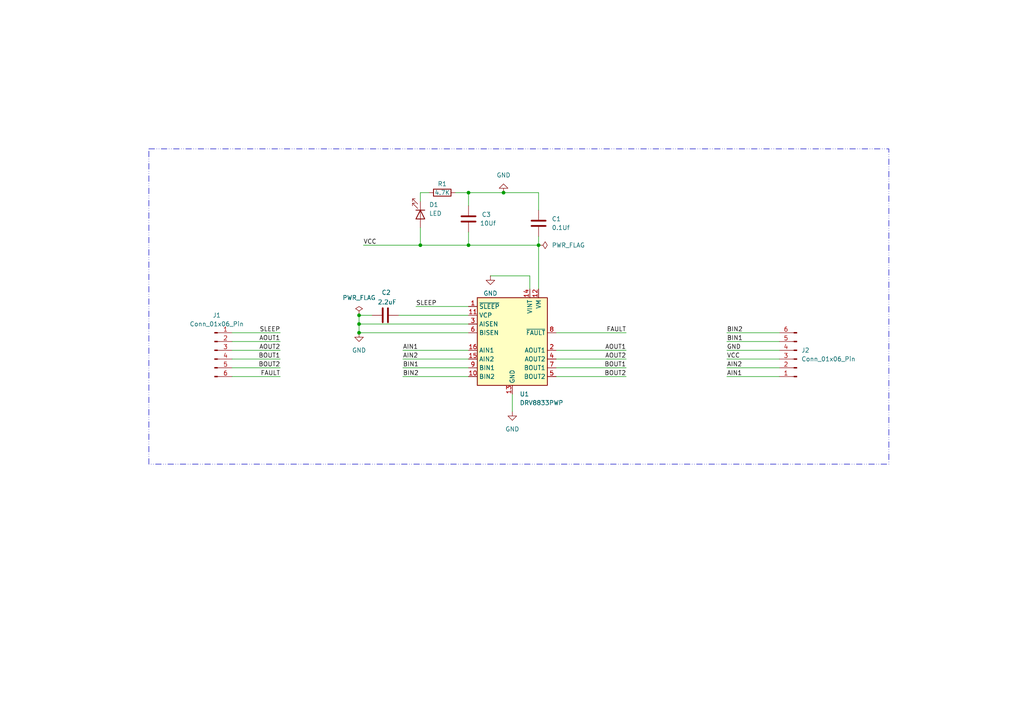
<source format=kicad_sch>
(kicad_sch (version 20250114) (generator "eeschema") (generator_version "9.0")
  (paper "A4")
  (title_block (title "Motor Driver with DRV8833") (date "2025-11-25") (comment 1 "By Harshal"))
  (lib_symbols
    (symbol "Connector:Conn_01x06_Pin" (pin_names (offset 1.016) (hide yes))
      (property "Reference" "J" (at 0 7.62 0))
      (property "Value" "Conn_01x06_Pin" (at 0 -10.16 0))
      (symbol "Conn_01x06_Pin_1_1"
        (rectangle (start 0.8636 5.207) (end 0 4.953) (stroke (width 0.1524)) (fill (type outline)))
        (rectangle (start 0.8636 2.667) (end 0 2.413) (stroke (width 0.1524)) (fill (type outline)))
        (rectangle (start 0.8636 0.127) (end 0 -0.127) (stroke (width 0.1524)) (fill (type outline)))
        (rectangle (start 0.8636 -2.413) (end 0 -2.667) (stroke (width 0.1524)) (fill (type outline)))
        (rectangle (start 0.8636 -4.953) (end 0 -5.207) (stroke (width 0.1524)) (fill (type outline)))
        (rectangle (start 0.8636 -7.493) (end 0 -7.747) (stroke (width 0.1524)) (fill (type outline)))
        (polyline (pts (xy 1.27 5.08) (xy 0.8636 5.08)) (stroke (width 0.1524)))
        (polyline (pts (xy 1.27 2.54) (xy 0.8636 2.54)) (stroke (width 0.1524)))
        (polyline (pts (xy 1.27 0) (xy 0.8636 0)) (stroke (width 0.1524)))
        (polyline (pts (xy 1.27 -2.54) (xy 0.8636 -2.54)) (stroke (width 0.1524)))
        (polyline (pts (xy 1.27 -5.08) (xy 0.8636 -5.08)) (stroke (width 0.1524)))
        (polyline (pts (xy 1.27 -7.62) (xy 0.8636 -7.62)) (stroke (width 0.1524)))
        (pin passive line (at 5.08 5.08 180) (length 3.81) (name "Pin_1") (number "1"))
        (pin passive line (at 5.08 2.54 180) (length 3.81) (name "Pin_2") (number "2"))
        (pin passive line (at 5.08 0 180) (length 3.81) (name "Pin_3") (number "3"))
        (pin passive line (at 5.08 -2.54 180) (length 3.81) (name "Pin_4") (number "4"))
        (pin passive line (at 5.08 -5.08 180) (length 3.81) (name "Pin_5") (number "5"))
        (pin passive line (at 5.08 -7.62 180) (length 3.81) (name "Pin_6") (number "6"))
      )
    )
    (symbol "Device:C" (pin_numbers (hide yes)) (pin_names (offset 0.254))
      (property "Reference" "C" (at 0.635 2.54 0))
      (property "Value" "C" (at 0.635 -2.54 0))
      (symbol "C_0_1"
        (polyline (pts (xy -2.032 0.762) (xy 2.032 0.762)) (stroke (width 0.508)))
        (polyline (pts (xy -2.032 -0.762) (xy 2.032 -0.762)) (stroke (width 0.508)))
      )
      (symbol "C_1_1"
        (pin passive line (at 0 3.81 270) (length 2.794) (name "~") (number "1"))
        (pin passive line (at 0 -3.81 90) (length 2.794) (name "~") (number "2"))
      )
    )
    (symbol "Device:LED" (pin_numbers (hide yes)) (pin_names (offset 1.016) (hide yes))
      (property "Reference" "D" (at 0 2.54 0))
      (property "Value" "LED" (at 0 -2.54 0))
      (symbol "LED_0_1"
        (polyline (pts (xy -3.048 -0.762) (xy -4.572 -2.286) (xy -3.81 -2.286) (xy -4.572 -2.286) (xy -4.572 -1.524)))
        (polyline (pts (xy -1.778 -0.762) (xy -3.302 -2.286) (xy -2.54 -2.286) (xy -3.302 -2.286) (xy -3.302 -1.524)))
        (polyline (pts (xy -1.27 0) (xy 1.27 0)))
        (polyline (pts (xy -1.27 -1.27) (xy -1.27 1.27)) (stroke (width 0.254)))
        (polyline (pts (xy 1.27 -1.27) (xy 1.27 1.27) (xy -1.27 0) (xy 1.27 -1.27)) (stroke (width 0.254)))
      )
      (symbol "LED_1_1"
        (pin passive line (at -3.81 0 0) (length 2.54) (name "K") (number "1"))
        (pin passive line (at 3.81 0 180) (length 2.54) (name "A") (number "2"))
      )
    )
    (symbol "Device:R" (pin_numbers (hide yes)) (pin_names (offset 0))
      (property "Reference" "R" (at 2.032 0 90))
      (property "Value" "R" (at 0 0 90))
      (symbol "R_0_1"
        (rectangle (start -1.016 -2.54) (end 1.016 2.54) (stroke (width 0.254)))
      )
      (symbol "R_1_1"
        (pin passive line (at 0 3.81 270) (length 1.27) (name "~") (number "1"))
        (pin passive line (at 0 -3.81 90) (length 1.27) (name "~") (number "2"))
      )
    )
    (symbol "Driver_Motor:DRV8833PWP"
      (property "Reference" "U" (at -3.81 16.51 0))
      (property "Value" "DRV8833PWP" (at -3.81 13.97 0))
      (symbol "DRV8833PWP_0_1"
        (rectangle (start -10.16 12.7) (end 10.16 -12.7) (stroke (width 0.254)) (fill (type background)))
      )
      (symbol "DRV8833PWP_1_1"
        (pin input line (at -12.7 10.16 0) (length 2.54) (name "~{SLEEP}") (number "1"))
        (pin bidirectional line (at -12.7 7.62 0) (length 2.54) (name "VCP") (number "11"))
        (pin bidirectional line (at -12.7 5.08 0) (length 2.54) (name "AISEN") (number "3"))
        (pin bidirectional line (at -12.7 2.54 0) (length 2.54) (name "BISEN") (number "6"))
        (pin input line (at -12.7 -2.54 0) (length 2.54) (name "AIN1") (number "16"))
        (pin input line (at -12.7 -5.08 0) (length 2.54) (name "AIN2") (number "15"))
        (pin input line (at -12.7 -7.62 0) (length 2.54) (name "BIN1") (number "9"))
        (pin input line (at -12.7 -10.16 0) (length 2.54) (name "BIN2") (number "10"))
        (pin power_in line (at 0 -15.24 90) (length 2.54) (name "GND") (number "13"))
        (pin passive line (at 0 -15.24 90) (length 2.54) (hide yes) (name "GND") (number "17"))
        (pin power_in line (at 5.08 15.24 270) (length 2.54) (name "VINT") (number "14"))
        (pin power_in line (at 7.62 15.24 270) (length 2.54) (name "VM") (number "12"))
        (pin open_collector line (at 12.7 2.54 180) (length 2.54) (name "~{FAULT}") (number "8"))
        (pin power_out line (at 12.7 -2.54 180) (length 2.54) (name "AOUT1") (number "2"))
        (pin power_out line (at 12.7 -5.08 180) (length 2.54) (name "AOUT2") (number "4"))
        (pin power_out line (at 12.7 -7.62 180) (length 2.54) (name "BOUT1") (number "7"))
        (pin power_out line (at 12.7 -10.16 180) (length 2.54) (name "BOUT2") (number "5"))
      )
    )
    (symbol "power:GND" (power) (pin_numbers (hide yes)) (pin_names (offset 0) (hide yes))
      (property "Value" "GND" (at 0 -3.81 0))
      (symbol "GND_0_1"
        (polyline (pts (xy 0 0) (xy 0 -1.27) (xy 1.27 -1.27) (xy 0 -2.54) (xy -1.27 -1.27) (xy 0 -1.27)))
      )
      (symbol "GND_1_1"
        (pin power_in line (at 0 0 270) (length 0) (name "~") (number "1"))
      )
    )
    (symbol "power:PWR_FLAG" (power) (pin_numbers (hide yes)) (pin_names (offset 0) (hide yes))
      (property "Value" "PWR_FLAG" (at 0 3.81 0))
      (symbol "PWR_FLAG_0_0"
        (pin power_out line (at 0 0 90) (length 0) (name "~") (number "1"))
      )
      (symbol "PWR_FLAG_0_1"
        (polyline (pts (xy 0 0) (xy 0 1.27) (xy -1.016 1.905) (xy 0 2.54) (xy 1.016 1.905) (xy 0 1.27)))
      )
    )
  )
  (rectangle (start 43.18 43.18) (end 257.81 134.62) (stroke (width 0) (type dash_dot_dot)))
  (junction (at 104.14 96.52))
  (junction (at 146.05 55.88))
  (junction (at 104.14 91.44))
  (junction (at 135.89 55.88))
  (junction (at 104.14 93.98))
  (junction (at 156.21 71.12))
  (junction (at 135.89 71.12))
  (junction (at 121.92 71.12))
  (wire (pts (xy 161.29 104.14) (xy 181.61 104.14)))
  (wire (pts (xy 135.89 71.12) (xy 156.21 71.12)))
  (wire (pts (xy 121.92 58.42) (xy 121.92 55.88)))
  (wire (pts (xy 226.06 101.6) (xy 210.82 101.6)))
  (wire (pts (xy 146.05 55.88) (xy 156.21 55.88)))
  (wire (pts (xy 116.84 109.22) (xy 135.89 109.22)))
  (wire (pts (xy 132.08 55.88) (xy 135.89 55.88)))
  (wire (pts (xy 210.82 96.52) (xy 226.06 96.52)))
  (wire (pts (xy 153.67 80.01) (xy 153.67 83.82)))
  (wire (pts (xy 156.21 71.12) (xy 156.21 68.58)))
  (wire (pts (xy 142.24 80.01) (xy 153.67 80.01)))
  (wire (pts (xy 135.89 96.52) (xy 104.14 96.52)))
  (wire (pts (xy 121.92 71.12) (xy 135.89 71.12)))
  (wire (pts (xy 121.92 55.88) (xy 124.46 55.88)))
  (wire (pts (xy 121.92 66.04) (xy 121.92 71.12)))
  (wire (pts (xy 67.31 101.6) (xy 81.28 101.6)))
  (wire (pts (xy 67.31 96.52) (xy 81.28 96.52)))
  (wire (pts (xy 226.06 106.68) (xy 210.82 106.68)))
  (wire (pts (xy 161.29 96.52) (xy 181.61 96.52)))
  (wire (pts (xy 104.14 93.98) (xy 135.89 93.98)))
  (wire (pts (xy 135.89 106.68) (xy 116.84 106.68)))
  (wire (pts (xy 67.31 99.06) (xy 81.28 99.06)))
  (wire (pts (xy 161.29 109.22) (xy 181.61 109.22)))
  (wire (pts (xy 161.29 101.6) (xy 181.61 101.6)))
  (wire (pts (xy 115.57 91.44) (xy 135.89 91.44)))
  (wire (pts (xy 67.31 104.14) (xy 81.28 104.14)))
  (wire (pts (xy 226.06 99.06) (xy 210.82 99.06)))
  (wire (pts (xy 135.89 59.69) (xy 135.89 55.88)))
  (wire (pts (xy 81.28 109.22) (xy 67.31 109.22)))
  (wire (pts (xy 107.95 91.44) (xy 104.14 91.44)))
  (wire (pts (xy 105.41 71.12) (xy 121.92 71.12)))
  (wire (pts (xy 156.21 83.82) (xy 156.21 71.12)))
  (wire (pts (xy 116.84 101.6) (xy 135.89 101.6)))
  (wire (pts (xy 135.89 67.31) (xy 135.89 71.12)))
  (wire (pts (xy 226.06 104.14) (xy 210.82 104.14)))
  (wire (pts (xy 104.14 91.44) (xy 104.14 93.98)))
  (wire (pts (xy 116.84 104.14) (xy 135.89 104.14)))
  (wire (pts (xy 161.29 106.68) (xy 181.61 106.68)))
  (wire (pts (xy 135.89 55.88) (xy 146.05 55.88)))
  (wire (pts (xy 104.14 93.98) (xy 104.14 96.52)))
  (wire (pts (xy 226.06 109.22) (xy 210.82 109.22)))
  (wire (pts (xy 156.21 55.88) (xy 156.21 60.96)))
  (wire (pts (xy 120.65 88.9) (xy 135.89 88.9)))
  (wire (pts (xy 67.31 106.68) (xy 81.28 106.68)))
  (wire (pts (xy 148.59 114.3) (xy 148.59 119.38)))
  (label "AIN2" (at 210.82 106.68 0))
  (label "FAULT" (at 181.61 96.52 180))
  (label "BIN2" (at 116.84 109.22 0))
  (label "BOUT1" (at 181.61 106.68 180))
  (label "VCC" (at 105.41 71.12 0))
  (label "SLEEP" (at 120.65 88.9 0))
  (label "BOUT2" (at 181.61 109.22 180))
  (label "BIN1" (at 116.84 106.68 0))
  (label "BIN2" (at 210.82 96.52 0))
  (label "AOUT1" (at 81.28 99.06 180))
  (label "BOUT1" (at 81.28 104.14 180))
  (label "GND" (at 210.82 101.6 0))
  (label "AOUT2" (at 181.61 104.14 180))
  (label "AOUT2" (at 81.28 101.6 180))
  (label "AIN1" (at 210.82 109.22 0))
  (label "AIN2" (at 116.84 104.14 0))
  (label "BIN1" (at 210.82 99.06 0))
  (label "FAULT" (at 81.28 109.22 180))
  (label "SLEEP" (at 81.28 96.52 180))
  (label "AOUT1" (at 181.61 101.6 180))
  (label "AIN1" (at 116.84 101.6 0))
  (label "BOUT2" (at 81.28 106.68 180))
  (label "VCC" (at 210.82 104.14 0))
  (symbol (lib_id "Device:C") (at 135.89 63.5 180) (unit 1)
    (property "Reference" "C3" (at 139.7 62.2299 0) (effects (justify right)))
    (property "Value" "10Uf" (at 139.192 64.77 0) (effects (justify right)))
    (property "Footprint" "Capacitor_Tantalum_SMD:CP_EIA-6032-20_AVX-F" (effects (hide yes)))
    (property "Description" "Unpolarized capacitor" (effects (hide yes)))
  )
  (symbol (lib_id "Device:R") (at 128.27 55.88 90) (unit 1)
    (property "Reference" "R1" (at 128.27 53.34 90))
    (property "Value" "4.7K" (at 128.27 55.88 90))
    (property "Footprint" "Resistor_SMD:R_0805_2012Metric" (effects (hide yes)))
    (property "Description" "Resistor" (effects (hide yes)))
  )
  (symbol (lib_id "power:PWR_FLAG") (at 104.14 91.44 0) (unit 1)
    (property "Reference" "#FLG01" (effects (hide yes)))
    (property "Value" "PWR_FLAG" (at 104.14 86.36 0))
    (property "Description" "Special symbol for telling ERC where power comes from" (effects (hide yes)))
  )
  (symbol (lib_id "Driver_Motor:DRV8833PWP") (at 148.59 99.06 0) (unit 1)
    (property "Reference" "U1" (at 150.7333 114.3 0) (effects (justify left)))
    (property "Value" "DRV8833PWP" (at 150.7333 116.84 0) (effects (justify left)))
    (property "Footprint" "Package_SO:HTSSOP-16-1EP_4.4x5mm_P0.65mm_EP3.4x5mm_Mask2.46x2.31mm_ThermalVias" (effects (hide yes)))
    (property "Datasheet" "http://www.ti.com/lit/ds/symlink/drv8833.pdf" (effects (hide yes)))
    (property "Description" "Dual H-Bridge Motor Driver, HTSSOP-16" (effects (hide yes)))
  )
  (symbol (lib_id "Device:C") (at 156.21 64.77 180) (unit 1)
    (property "Reference" "C1" (at 160.02 63.4999 0) (effects (justify right)))
    (property "Value" "0.1Uf" (at 160.02 66.0399 0) (effects (justify right)))
    (property "Footprint" "Capacitor_SMD:C_0805_2012Metric" (effects (hide yes)))
    (property "Description" "Unpolarized capacitor" (effects (hide yes)))
  )
  (symbol (lib_id "Connector:Conn_01x06_Pin") (at 231.14 104.14 180) (unit 1)
    (property "Reference" "J2" (at 232.41 101.5999 0) (effects (justify right)))
    (property "Value" "Conn_01x06_Pin" (at 232.41 104.1399 0) (effects (justify right)))
    (property "Footprint" "Connector_PinHeader_2.54mm:PinHeader_1x06_P2.54mm_Vertical" (effects (hide yes)))
    (property "Description" "Generic connector, single row, 01x06, script generated" (effects (hide yes)))
  )
  (symbol (lib_id "Device:LED") (at 121.92 62.23 270) (unit 1)
    (property "Reference" "D1" (at 124.46 59.3724 90) (effects (justify left)))
    (property "Value" "LED" (at 124.46 61.9124 90) (effects (justify left)))
    (property "Footprint" "LED_SMD:LED_0805_2012Metric" (effects (hide yes)))
    (property "Description" "Light emitting diode" (effects (hide yes)))
    (property "Sim.Pins" "1=K 2=A" (effects (hide yes)))
  )
  (symbol (lib_id "power:GND") (at 142.24 80.01 0) (unit 1)
    (property "Reference" "#PWR02" (effects (hide yes)))
    (property "Value" "GND" (at 142.24 85.09 0))
    (property "Description" "Power symbol creates a global label with name \"GND\" , ground" (effects (hide yes)))
  )
  (symbol (lib_id "Connector:Conn_01x06_Pin") (at 62.23 101.6 0) (unit 1)
    (property "Reference" "J1" (at 62.865 91.44 0))
    (property "Value" "Conn_01x06_Pin" (at 62.865 93.98 0))
    (property "Footprint" "Connector_PinHeader_2.54mm:PinHeader_1x06_P2.54mm_Vertical" (effects (hide yes)))
    (property "Description" "Generic connector, single row, 01x06, script generated" (effects (hide yes)))
  )
  (symbol (lib_id "power:GND") (at 148.59 119.38 0) (unit 1)
    (property "Reference" "#PWR04" (effects (hide yes)))
    (property "Value" "GND" (at 148.59 124.46 0))
    (property "Description" "Power symbol creates a global label with name \"GND\" , ground" (effects (hide yes)))
  )
  (symbol (lib_id "power:PWR_FLAG") (at 156.21 71.12 270) (unit 1)
    (property "Reference" "#FLG02" (effects (hide yes)))
    (property "Value" "PWR_FLAG" (at 160.02 71.1199 90) (effects (justify left)))
    (property "Description" "Special symbol for telling ERC where power comes from" (effects (hide yes)))
  )
  (symbol (lib_id "Device:C") (at 111.76 91.44 270) (unit 1)
    (property "Reference" "C2" (at 112.014 84.836 90))
    (property "Value" "2.2uF" (at 112.268 87.63 90))
    (property "Footprint" "Capacitor_SMD:C_0805_2012Metric" (effects (hide yes)))
    (property "Description" "Unpolarized capacitor" (effects (hide yes)))
  )
  (symbol (lib_id "power:GND") (at 146.05 55.88 180) (unit 1)
    (property "Reference" "#PWR03" (effects (hide yes)))
    (property "Value" "GND" (at 146.05 50.8 0))
    (property "Description" "Power symbol creates a global label with name \"GND\" , ground" (effects (hide yes)))
  )
  (symbol (lib_id "power:GND") (at 104.14 96.52 0) (unit 1)
    (property "Reference" "#PWR01" (effects (hide yes)))
    (property "Value" "GND" (at 104.14 101.6 0))
    (property "Description" "Power symbol creates a global label with name \"GND\" , ground" (effects (hide yes)))
  )
)
</source>
